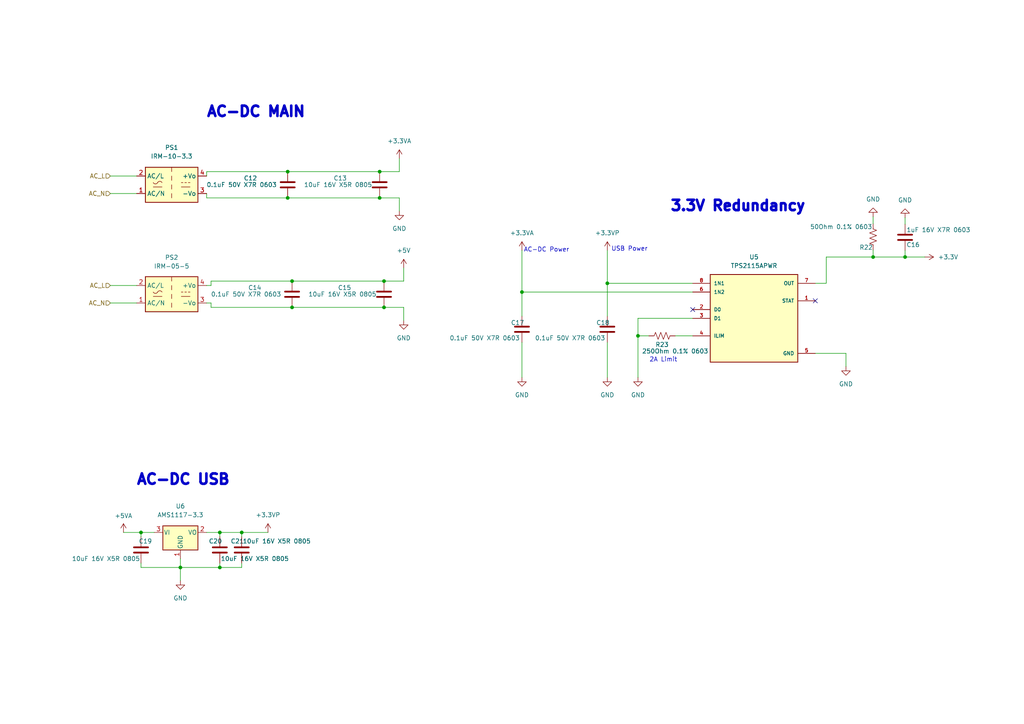
<source format=kicad_sch>
(kicad_sch (version 20211123) (generator eeschema)
  (paper "A4")
  (lib_symbols
    (symbol "Converter_ACDC:IRM-05-5"
      (property "Reference" "PS" (at 0 6.35 0))
      (property "Value" "IRM-05-5" (at 0 -6.35 0))
      (symbol "IRM-05-5_0_1"
        (rectangle (start -7.62 5.08) (end 7.62 -5.08) (stroke (width 0.254)) (fill (type background)))
        (arc (start -5.334 0.635) (mid -4.699 0.2495) (end -4.064 0.635))
        (arc (start -2.794 0.635) (mid -3.429 1.0072) (end -4.064 0.635))
        (polyline (pts (xy -5.334 -0.635) (xy -2.794 -0.635)))
        (polyline (pts (xy 0 -2.54) (xy 0 -3.81)))
        (polyline (pts (xy 0 0) (xy 0 -1.27)))
        (polyline (pts (xy 0 2.54) (xy 0 1.27)))
        (polyline (pts (xy 0 5.08) (xy 0 3.81)))
        (polyline (pts (xy 2.794 -0.635) (xy 5.334 -0.635)))
        (polyline (pts (xy 2.794 0.635) (xy 3.302 0.635)))
        (polyline (pts (xy 3.81 0.635) (xy 4.318 0.635)))
        (polyline (pts (xy 4.826 0.635) (xy 5.334 0.635)))
      )
      (symbol "IRM-05-5_1_1"
        (pin power_in line (at -10.16 -2.54 0) (length 2.54) (name "AC/N") (number "1"))
        (pin power_in line (at -10.16 2.54 0) (length 2.54) (name "AC/L") (number "2"))
        (pin power_out line (at 10.16 -2.54 180) (length 2.54) (name "-Vo") (number "3"))
        (pin power_out line (at 10.16 2.54 180) (length 2.54) (name "+Vo") (number "4"))
      )
    )
    (symbol "Converter_ACDC:IRM-10-3.3"
      (property "Reference" "PS" (at 0 6.35 0))
      (property "Value" "IRM-10-3.3" (at 0 -6.35 0))
      (symbol "IRM-10-3.3_0_1"
        (rectangle (start -7.62 5.08) (end 7.62 -5.08) (stroke (width 0.254)) (fill (type background)))
        (arc (start -5.334 0.635) (mid -4.699 0.2495) (end -4.064 0.635))
        (arc (start -2.794 0.635) (mid -3.429 1.0072) (end -4.064 0.635))
        (polyline (pts (xy -5.334 -0.635) (xy -2.794 -0.635)))
        (polyline (pts (xy 0 -2.54) (xy 0 -3.81)))
        (polyline (pts (xy 0 0) (xy 0 -1.27)))
        (polyline (pts (xy 0 2.54) (xy 0 1.27)))
        (polyline (pts (xy 0 5.08) (xy 0 3.81)))
        (polyline (pts (xy 2.794 -0.635) (xy 5.334 -0.635)))
        (polyline (pts (xy 2.794 0.635) (xy 3.302 0.635)))
        (polyline (pts (xy 3.81 0.635) (xy 4.318 0.635)))
        (polyline (pts (xy 4.826 0.635) (xy 5.334 0.635)))
      )
      (symbol "IRM-10-3.3_1_1"
        (pin power_in line (at -10.16 -2.54 0) (length 2.54) (name "AC/N") (number "1"))
        (pin power_in line (at -10.16 2.54 0) (length 2.54) (name "AC/L") (number "2"))
        (pin power_out line (at 10.16 -2.54 180) (length 2.54) (name "-Vo") (number "3"))
        (pin power_out line (at 10.16 2.54 180) (length 2.54) (name "+Vo") (number "4"))
      )
    )
    (symbol "Device:C" (pin_numbers hide) (pin_names (offset 0.254))
      (property "Reference" "C" (at 0.635 2.54 0))
      (property "Value" "C" (at 0.635 -2.54 0))
      (symbol "C_0_1"
        (polyline (pts (xy -2.032 -0.762) (xy 2.032 -0.762)) (stroke (width 0.508)))
        (polyline (pts (xy -2.032 0.762) (xy 2.032 0.762)) (stroke (width 0.508)))
      )
      (symbol "C_1_1"
        (pin passive line (at 0 3.81 270) (length 2.794) (name "~") (number "1"))
        (pin passive line (at 0 -3.81 90) (length 2.794) (name "~") (number "2"))
      )
    )
    (symbol "Device:R_US" (pin_numbers hide) (pin_names (offset 0))
      (property "Reference" "R" (at 2.54 0 90))
      (property "Value" "R_US" (at -2.54 0 90))
      (symbol "R_US_0_1"
        (polyline (pts (xy 0 -2.286) (xy 0 -2.54)))
        (polyline (pts (xy 0 2.286) (xy 0 2.54)))
        (polyline (pts (xy 0 -0.762) (xy 1.016 -1.143) (xy 0 -1.524) (xy -1.016 -1.905) (xy 0 -2.286)))
        (polyline (pts (xy 0 0.762) (xy 1.016 0.381) (xy 0 0) (xy -1.016 -0.381) (xy 0 -0.762)))
        (polyline (pts (xy 0 2.286) (xy 1.016 1.905) (xy 0 1.524) (xy -1.016 1.143) (xy 0 0.762)))
      )
      (symbol "R_US_1_1"
        (pin passive line (at 0 3.81 270) (length 1.27) (name "~") (number "1"))
        (pin passive line (at 0 -3.81 90) (length 1.27) (name "~") (number "2"))
      )
    )
    (symbol "Regulator_Linear:AMS1117-3.3" (pin_names (offset 0.254))
      (property "Reference" "U" (at -3.81 3.175 0))
      (property "Value" "AMS1117-3.3" (at 0 3.175 0))
      (symbol "AMS1117-3.3_0_1"
        (rectangle (start -5.08 -5.08) (end 5.08 1.905) (stroke (width 0.254)) (fill (type background)))
      )
      (symbol "AMS1117-3.3_1_1"
        (pin power_in line (at 0 -7.62 90) (length 2.54) (name "GND") (number "1"))
        (pin power_out line (at 7.62 0 180) (length 2.54) (name "VO") (number "2"))
        (pin power_in line (at -7.62 0 0) (length 2.54) (name "VI") (number "3"))
      )
    )
    (symbol "TPS2115APWR:TPS2115APWR" (pin_names (offset 1.016))
      (property "Reference" "U" (at -12.7 13.7 0))
      (property "Value" "TPS2115APWR" (at -12.7 -15.24 0))
      (symbol "TPS2115APWR_0_0"
        (rectangle (start -12.7 -12.7) (end 12.7 12.7) (stroke (width 0.254)) (fill (type background)))
        (pin output line (at 17.78 5.08 180) (length 5.08) (name "STAT") (number "1"))
        (pin input line (at -17.78 2.54 0) (length 5.08) (name "D0") (number "2"))
        (pin input line (at -17.78 0 0) (length 5.08) (name "D1") (number "3"))
        (pin passive line (at -17.78 -5.08 0) (length 5.08) (name "ILIM") (number "4"))
        (pin power_in line (at 17.78 -10.16 180) (length 5.08) (name "GND") (number "5"))
        (pin input line (at -17.78 7.62 0) (length 5.08) (name "1N2") (number "6"))
        (pin output line (at 17.78 10.16 180) (length 5.08) (name "OUT") (number "7"))
        (pin input line (at -17.78 10.16 0) (length 5.08) (name "1N1") (number "8"))
      )
    )
    (symbol "power:+3.3V" (power) (pin_names (offset 0))
      (property "Value" "+3.3V" (at 0 3.556 0))
      (symbol "+3.3V_0_1"
        (polyline (pts (xy -0.762 1.27) (xy 0 2.54)))
        (polyline (pts (xy 0 0) (xy 0 2.54)))
        (polyline (pts (xy 0 2.54) (xy 0.762 1.27)))
      )
      (symbol "+3.3V_1_1"
        (pin power_in line (at 0 0 90) (length 0) hide (name "+3.3V") (number "1"))
      )
    )
    (symbol "power:+3.3VA" (power) (pin_names (offset 0))
      (property "Value" "+3.3VA" (at 0 3.556 0))
      (symbol "+3.3VA_0_1"
        (polyline (pts (xy -0.762 1.27) (xy 0 2.54)))
        (polyline (pts (xy 0 0) (xy 0 2.54)))
        (polyline (pts (xy 0 2.54) (xy 0.762 1.27)))
      )
      (symbol "+3.3VA_1_1"
        (pin power_in line (at 0 0 90) (length 0) hide (name "+3.3VA") (number "1"))
      )
    )
    (symbol "power:+3.3VP" (power) (pin_names (offset 0))
      (property "Value" "+3.3VP" (at 0 2.54 0))
      (symbol "+3.3VP_0_0"
        (pin power_in line (at 0 0 90) (length 0) hide (name "+3.3VP") (number "1"))
      )
      (symbol "+3.3VP_0_1"
        (polyline (pts (xy -0.762 1.27) (xy 0 2.54)))
        (polyline (pts (xy 0 0) (xy 0 2.54)))
        (polyline (pts (xy 0 2.54) (xy 0.762 1.27)))
      )
    )
    (symbol "power:+5V" (power) (pin_names (offset 0))
      (property "Value" "+5V" (at 0 3.556 0))
      (symbol "+5V_0_1"
        (polyline (pts (xy -0.762 1.27) (xy 0 2.54)))
        (polyline (pts (xy 0 0) (xy 0 2.54)))
        (polyline (pts (xy 0 2.54) (xy 0.762 1.27)))
      )
      (symbol "+5V_1_1"
        (pin power_in line (at 0 0 90) (length 0) hide (name "+5V") (number "1"))
      )
    )
    (symbol "power:+5VA" (power) (pin_names (offset 0))
      (property "Value" "+5VA" (at 0 3.556 0))
      (symbol "+5VA_0_1"
        (polyline (pts (xy -0.762 1.27) (xy 0 2.54)))
        (polyline (pts (xy 0 0) (xy 0 2.54)))
        (polyline (pts (xy 0 2.54) (xy 0.762 1.27)))
      )
      (symbol "+5VA_1_1"
        (pin power_in line (at 0 0 90) (length 0) hide (name "+5VA") (number "1"))
      )
    )
    (symbol "power:GND" (power) (pin_names (offset 0))
      (property "Value" "GND" (at 0 -3.81 0))
      (symbol "GND_0_1"
        (polyline (pts (xy 0 0) (xy 0 -1.27) (xy 1.27 -1.27) (xy 0 -2.54) (xy -1.27 -1.27) (xy 0 -1.27)))
      )
      (symbol "GND_1_1"
        (pin power_in line (at 0 0 270) (length 0) hide (name "GND") (number "1"))
      )
    )
  )
  (junction (at 83.439 49.784))
  (junction (at 63.754 164.592))
  (junction (at 84.709 81.534))
  (junction (at 111.379 89.154))
  (junction (at 40.894 154.432))
  (junction (at 111.379 81.534))
  (junction (at 253.238 74.549))
  (junction (at 110.109 57.404))
  (junction (at 63.754 154.432))
  (junction (at 70.104 154.432))
  (junction (at 84.709 89.154))
  (junction (at 110.109 49.784))
  (junction (at 176.149 82.169))
  (junction (at 262.509 74.549))
  (junction (at 151.384 84.709))
  (junction (at 83.439 57.404))
  (junction (at 185.039 97.409))
  (junction (at 52.324 164.592))
  (no_connect (at 236.474 87.249))
  (no_connect (at 200.914 89.789))
  (wire (pts (xy 83.439 57.404) (xy 110.109 57.404)))
  (wire (pts (xy 111.379 89.154) (xy 117.094 89.154)))
  (wire (pts (xy 262.509 72.644) (xy 262.509 74.549)))
  (wire (pts (xy 111.379 81.534) (xy 117.094 81.534)))
  (wire (pts (xy 151.384 72.644) (xy 151.384 84.709)))
  (wire (pts (xy 70.104 163.322) (xy 70.104 164.592)))
  (wire (pts (xy 63.754 154.432) (xy 63.754 155.702)))
  (wire (pts (xy 185.039 97.409) (xy 188.214 97.409)))
  (wire (pts (xy 236.474 82.169) (xy 239.649 82.169)))
  (wire (pts (xy 176.149 82.169) (xy 176.149 91.694)))
  (wire (pts (xy 185.039 97.409) (xy 185.039 109.474)))
  (wire (pts (xy 61.214 89.154) (xy 84.709 89.154)))
  (wire (pts (xy 32.004 87.884) (xy 39.624 87.884)))
  (wire (pts (xy 176.149 99.314) (xy 176.149 109.474)))
  (wire (pts (xy 239.649 74.549) (xy 253.238 74.549)))
  (wire (pts (xy 32.004 51.054) (xy 39.624 51.054)))
  (wire (pts (xy 61.214 87.884) (xy 59.944 87.884)))
  (wire (pts (xy 70.104 154.432) (xy 77.724 154.432)))
  (wire (pts (xy 117.094 77.724) (xy 117.094 81.534)))
  (wire (pts (xy 83.439 49.784) (xy 59.944 49.784)))
  (wire (pts (xy 40.894 154.432) (xy 35.814 154.432)))
  (wire (pts (xy 40.894 154.432) (xy 40.894 155.702)))
  (wire (pts (xy 52.324 164.592) (xy 40.894 164.592)))
  (wire (pts (xy 63.754 163.322) (xy 63.754 164.592)))
  (wire (pts (xy 151.384 84.709) (xy 200.914 84.709)))
  (wire (pts (xy 63.754 154.432) (xy 70.104 154.432)))
  (wire (pts (xy 110.109 49.784) (xy 83.439 49.784)))
  (wire (pts (xy 253.238 62.865) (xy 253.238 64.897)))
  (wire (pts (xy 262.509 65.024) (xy 262.509 63.119)))
  (wire (pts (xy 59.944 57.404) (xy 83.439 57.404)))
  (wire (pts (xy 84.709 89.154) (xy 111.379 89.154)))
  (wire (pts (xy 262.509 74.549) (xy 268.224 74.549)))
  (wire (pts (xy 59.944 56.134) (xy 59.944 57.404)))
  (wire (pts (xy 32.004 82.804) (xy 39.624 82.804)))
  (wire (pts (xy 195.834 97.409) (xy 200.914 97.409)))
  (wire (pts (xy 151.384 99.314) (xy 151.384 109.474)))
  (wire (pts (xy 111.379 81.534) (xy 84.709 81.534)))
  (wire (pts (xy 176.149 72.644) (xy 176.149 82.169)))
  (wire (pts (xy 253.238 72.517) (xy 253.238 74.549)))
  (wire (pts (xy 52.324 164.592) (xy 63.754 164.592)))
  (wire (pts (xy 44.704 154.432) (xy 40.894 154.432)))
  (wire (pts (xy 253.238 74.549) (xy 262.509 74.549)))
  (wire (pts (xy 61.214 89.154) (xy 61.214 87.884)))
  (wire (pts (xy 52.324 164.592) (xy 52.324 168.402)))
  (wire (pts (xy 185.039 92.329) (xy 185.039 97.409)))
  (wire (pts (xy 239.649 82.169) (xy 239.649 74.549)))
  (wire (pts (xy 176.149 82.169) (xy 200.914 82.169)))
  (wire (pts (xy 59.944 49.784) (xy 59.944 51.054)))
  (wire (pts (xy 185.039 92.329) (xy 200.914 92.329)))
  (wire (pts (xy 59.944 154.432) (xy 63.754 154.432)))
  (wire (pts (xy 84.709 81.534) (xy 61.214 81.534)))
  (wire (pts (xy 40.894 164.592) (xy 40.894 163.322)))
  (wire (pts (xy 63.754 164.592) (xy 70.104 164.592)))
  (wire (pts (xy 61.214 82.804) (xy 59.944 82.804)))
  (wire (pts (xy 245.364 102.489) (xy 245.364 106.299)))
  (wire (pts (xy 110.109 49.784) (xy 115.824 49.784)))
  (wire (pts (xy 236.474 102.489) (xy 245.364 102.489)))
  (wire (pts (xy 115.824 57.404) (xy 115.824 61.214)))
  (wire (pts (xy 151.384 84.709) (xy 151.384 91.694)))
  (wire (pts (xy 115.824 45.974) (xy 115.824 49.784)))
  (wire (pts (xy 61.214 81.534) (xy 61.214 82.804)))
  (wire (pts (xy 70.104 154.432) (xy 70.104 155.702)))
  (wire (pts (xy 117.094 89.154) (xy 117.094 92.964)))
  (wire (pts (xy 52.324 162.052) (xy 52.324 164.592)))
  (wire (pts (xy 32.004 56.134) (xy 39.624 56.134)))
  (wire (pts (xy 110.109 57.404) (xy 115.824 57.404)))
  (text "AC-DC USB" (at 39.37 140.97 0) (effects (font (size 3 3) (thickness 1.016) bold) (justify left bottom)))
  (text "AC-DC MAIN" (at 59.69 34.29 0) (effects (font (size 3 3) (thickness 1.016) bold) (justify left bottom)))
  (text "3.3V Redundancy" (at 194.183 61.595 0) (effects (font (size 3 3) (thickness 1.016) bold) (justify left bottom)))
  (text "AC-DC Power\n" (at 151.892 73.279 0) (effects (font (size 1.27 1.27)) (justify left bottom)))
  (text "2A Limit" (at 188.341 105.156 0) (effects (font (size 1.27 1.27)) (justify left bottom)))
  (text "USB Power" (at 177.292 73.025 0) (effects (font (size 1.27 1.27)) (justify left bottom)))
  (hierarchical_label "AC_N" (shape input) (at 32.004 56.134 180))
  (hierarchical_label "AC_N" (shape input) (at 32.004 87.884 180))
  (hierarchical_label "AC_L" (shape input) (at 32.004 51.054 180))
  (hierarchical_label "AC_L" (shape input) (at 32.004 82.804 180))
  (symbol (lib_id "TPS2115APWR:TPS2115APWR") (at 218.694 92.329 0) (unit 1)
    (property "Reference" "U5" (at 218.694 74.549 0))
    (property "Value" "TPS2115APWR" (at 218.694 77.089 0))
    (property "Footprint" "Customs Smoker:PW8-M" (effects hide))
    (property "Manufacturer" "Texas Instruments" (effects hide))
    (property "Manufacturer Part Number" "TPS2115APWR" (effects hide))
    (property "Vendor" "Digikey" (effects hide))
    (property "Vendor Part Number" "296-16940-1-ND" (effects hide))
  )
  (symbol (lib_id "Device:C") (at 111.379 85.344 0) (mirror y) (unit 1)
    (property "Reference" "C15" (at 99.949 83.439 0))
    (property "Value" "10uF 16V X5R 0805" (at 99.314 85.344 0))
    (property "Footprint" "Capacitor_SMD:C_0805_2012Metric" (effects hide))
    (property "Manufacturer" "Samsung Electro-Mechanics" (effects hide))
    (property "Manufacturer Part Number" "CL21A106KOQNNNE" (effects hide))
    (property "Vendor" "Digikey" (effects hide))
    (property "Vendor Part Number" "1276-1096-1-ND" (effects hide))
  )
  (symbol (lib_id "Device:R_US") (at 253.238 68.707 0) (unit 1)
    (property "Reference" "R22" (at 251.206 71.755 0))
    (property "Value" "50Ohm 0.1% 0603" (at 243.967 65.786 0))
    (property "Footprint" "Resistor_SMD:R_0603_1608Metric" (effects hide))
    (property "Manufacturer" "YAGEO" (effects hide))
    (property "Manufacturer Part Number" "RT0603BRE0750RL" (effects hide))
    (property "Vendor" "Digikey" (effects hide))
    (property "Vendor Part Number" "13-RT0603BRE0750RLCT-ND" (effects hide))
  )
  (symbol (lib_id "power:+3.3VP") (at 176.149 72.644 0) (unit 1)
    (property "Reference" "#PWR060" (effects hide))
    (property "Value" "+3.3VP" (at 176.149 67.564 0))
  )
  (symbol (lib_id "Converter_ACDC:IRM-05-5") (at 49.784 85.344 0) (unit 1)
    (property "Reference" "PS2" (at 49.784 74.676 0))
    (property "Value" "IRM-05-5" (at 49.784 77.216 0))
    (property "Footprint" "Converter_ACDC:Converter_ACDC_MeanWell_IRM-05-xx_THT" (effects hide))
    (property "Datasheet" "https://www.meanwell.com/Upload/PDF/IRM-05/IRM-05-SPEC.PDF" (effects hide))
  )
  (symbol (lib_id "power:GND") (at 52.324 168.402 0) (unit 1)
    (property "Reference" "#PWR068" (effects hide))
    (property "Value" "GND" (at 52.324 173.482 0))
  )
  (symbol (lib_id "power:GND") (at 151.384 109.474 0) (unit 1)
    (property "Reference" "#PWR063" (effects hide))
    (property "Value" "GND" (at 151.384 114.554 0))
  )
  (symbol (lib_id "power:GND") (at 185.039 109.474 0) (unit 1)
    (property "Reference" "#PWR065" (effects hide))
    (property "Value" "GND" (at 185.039 114.554 0))
  )
  (symbol (lib_id "Device:C") (at 110.109 53.594 0) (mirror y) (unit 1)
    (property "Reference" "C13" (at 98.679 51.689 0))
    (property "Value" "10uF 16V X5R 0805" (at 98.044 53.594 0))
    (property "Footprint" "Capacitor_SMD:C_0805_2012Metric" (effects hide))
    (property "Manufacturer" "Samsung Electro-Mechanics" (effects hide))
    (property "Manufacturer Part Number" "CL21A106KOQNNNE" (effects hide))
    (property "Vendor" "Digikey" (effects hide))
    (property "Vendor Part Number" "1276-1096-1-ND" (effects hide))
  )
  (symbol (lib_id "Device:R_US") (at 192.024 97.409 270) (unit 1)
    (property "Reference" "R23" (at 192.024 99.949 90))
    (property "Value" "250Ohm 0.1% 0603" (at 195.834 101.854 90))
    (property "Footprint" "Resistor_SMD:R_0603_1608Metric" (effects hide))
    (property "Manufacturer" "YAGEO" (effects hide))
    (property "Manufacturer Part Number" "RT0603BRE07250RL" (effects hide))
    (property "Vendor" "Digikey" (effects hide))
    (property "Vendor Part Number" "13-RT0603BRE07250RLCT-ND" (effects hide))
  )
  (symbol (lib_id "Device:C") (at 176.149 95.504 0) (mirror x) (unit 1)
    (property "Reference" "C18" (at 174.879 93.599 0))
    (property "Value" "0.1uF 50V X7R 0603" (at 165.354 98.044 0))
    (property "Footprint" "Capacitor_SMD:C_0603_1608Metric" (effects hide))
    (property "Manufacturer" "Samsung Electro-Mechanics" (effects hide))
    (property "Manufacturer Part Number" "CL10B104KB8NNWC" (effects hide))
    (property "Vendor" "Digikey" (effects hide))
    (property "Vendor Part Number" "1276-1935-1-ND" (effects hide))
  )
  (symbol (lib_id "Device:C") (at 63.754 159.512 0) (mirror y) (unit 1)
    (property "Reference" "C20" (at 62.484 156.972 0))
    (property "Value" "10uF 16V X5R 0805" (at 73.914 162.052 0))
    (property "Footprint" "Capacitor_SMD:C_0805_2012Metric" (effects hide))
    (property "Manufacturer" "Samsung Electro-Mechanics" (effects hide))
    (property "Manufacturer Part Number" "CL21A106KOQNNNE" (effects hide))
    (property "Vendor" "Digikey" (effects hide))
    (property "Vendor Part Number" "1276-1096-1-ND" (effects hide))
  )
  (symbol (lib_id "power:+3.3V") (at 268.224 74.549 270) (unit 1)
    (property "Reference" "#PWR061" (effects hide))
    (property "Value" "+3.3V" (at 272.034 74.5489 90) (effects (justify left)))
  )
  (symbol (lib_id "power:GND") (at 117.094 92.964 0) (unit 1)
    (property "Reference" "#PWR056" (effects hide))
    (property "Value" "GND" (at 117.094 98.044 0))
  )
  (symbol (lib_id "Device:C") (at 40.894 159.512 0) (unit 1)
    (property "Reference" "C19" (at 42.164 156.972 0))
    (property "Value" "10uF 16V X5R 0805" (at 30.734 162.052 0))
    (property "Footprint" "Capacitor_SMD:C_0805_2012Metric" (effects hide))
    (property "Manufacturer" "Samsung Electro-Mechanics" (effects hide))
    (property "Manufacturer Part Number" "CL21A106KOQNNNE" (effects hide))
    (property "Vendor" "Digikey" (effects hide))
    (property "Vendor Part Number" "1276-1096-1-ND" (effects hide))
  )
  (symbol (lib_id "Device:C") (at 70.104 159.512 0) (mirror y) (unit 1)
    (property "Reference" "C21" (at 68.834 156.972 0))
    (property "Value" "10uF 16V X5R 0805" (at 80.264 156.972 0))
    (property "Footprint" "Capacitor_SMD:C_0805_2012Metric" (effects hide))
    (property "Manufacturer" "Samsung Electro-Mechanics" (effects hide))
    (property "Manufacturer Part Number" "CL21A106KOQNNNE" (effects hide))
    (property "Vendor" "Digikey" (effects hide))
    (property "Vendor Part Number" "1276-1096-1-ND" (effects hide))
  )
  (symbol (lib_id "power:+3.3VA") (at 151.384 72.644 0) (unit 1)
    (property "Reference" "#PWR059" (effects hide))
    (property "Value" "+3.3VA" (at 151.384 67.564 0))
  )
  (symbol (lib_id "power:GND") (at 115.824 61.214 0) (unit 1)
    (property "Reference" "#PWR054" (effects hide))
    (property "Value" "GND" (at 115.824 66.294 0))
  )
  (symbol (lib_id "Device:C") (at 151.384 95.504 0) (mirror x) (unit 1)
    (property "Reference" "C17" (at 150.114 93.599 0))
    (property "Value" "0.1uF 50V X7R 0603" (at 140.589 98.044 0))
    (property "Footprint" "Capacitor_SMD:C_0603_1608Metric" (effects hide))
    (property "Manufacturer" "Samsung Electro-Mechanics" (effects hide))
    (property "Manufacturer Part Number" "CL10B104KB8NNWC" (effects hide))
    (property "Vendor" "Digikey" (effects hide))
    (property "Vendor Part Number" "1276-1935-1-ND" (effects hide))
  )
  (symbol (lib_id "power:GND") (at 253.238 62.865 180) (unit 1)
    (property "Reference" "#PWR057" (effects hide))
    (property "Value" "GND" (at 253.238 57.785 0))
  )
  (symbol (lib_id "Device:C") (at 84.709 85.344 0) (mirror x) (unit 1)
    (property "Reference" "C14" (at 73.914 83.439 0))
    (property "Value" "0.1uF 50V X7R 0603" (at 71.374 85.344 0))
    (property "Footprint" "Capacitor_SMD:C_0603_1608Metric" (effects hide))
    (property "Manufacturer" "Samsung Electro-Mechanics" (effects hide))
    (property "Manufacturer Part Number" "CL10B104KB8NNWC" (effects hide))
    (property "Vendor" "Digikey" (effects hide))
    (property "Vendor Part Number" "1276-1935-1-ND" (effects hide))
  )
  (symbol (lib_id "power:+3.3VP") (at 77.724 154.432 0) (unit 1)
    (property "Reference" "#PWR067" (effects hide))
    (property "Value" "+3.3VP" (at 77.724 149.352 0))
  )
  (symbol (lib_id "power:GND") (at 262.509 63.119 180) (unit 1)
    (property "Reference" "#PWR058" (effects hide))
    (property "Value" "GND" (at 262.509 58.039 0))
  )
  (symbol (lib_id "Regulator_Linear:AMS1117-3.3") (at 52.324 154.432 0) (unit 1)
    (property "Reference" "U6" (at 52.324 146.812 0))
    (property "Value" "AMS1117-3.3" (at 52.324 149.352 0))
    (property "Footprint" "Package_TO_SOT_SMD:TO-252-2" (effects hide))
    (property "Datasheet" "http://www.advanced-monolithic.com/pdf/ds1117.pdf" (effects hide))
    (property "Manufacturer" "UMW" (effects hide))
    (property "Manufacturer Part Number" "AMS1117CD-3.3" (effects hide))
    (property "Vendor" "Digikey" (effects hide))
    (property "Vendor Part Number" "4518-AMS1117CD-3.3CT-ND" (effects hide))
  )
  (symbol (lib_id "power:+5VA") (at 35.814 154.432 0) (unit 1)
    (property "Reference" "#PWR066" (effects hide))
    (property "Value" "+5VA" (at 35.814 149.606 0))
  )
  (symbol (lib_id "power:GND") (at 245.364 106.299 0) (unit 1)
    (property "Reference" "#PWR062" (effects hide))
    (property "Value" "GND" (at 245.364 111.379 0))
  )
  (symbol (lib_id "power:+5V") (at 117.094 77.724 0) (unit 1)
    (property "Reference" "#PWR055" (effects hide))
    (property "Value" "+5V" (at 117.094 72.644 0))
  )
  (symbol (lib_id "power:GND") (at 176.149 109.474 0) (unit 1)
    (property "Reference" "#PWR064" (effects hide))
    (property "Value" "GND" (at 176.149 114.554 0))
  )
  (symbol (lib_id "Device:C") (at 262.509 68.834 0) (unit 1)
    (property "Reference" "C16" (at 262.89 70.993 0) (effects (justify left)))
    (property "Value" "1uF 16V X7R 0603" (at 262.89 66.675 0) (effects (justify left)))
    (property "Footprint" "Capacitor_SMD:C_0603_1608Metric" (effects hide))
    (property "Manufacturer" "Yageo" (effects hide))
    (property "Manufacturer Part Number" "CC0603KRX7R7BB105" (effects hide))
    (property "Vendor" "Digikey" (effects hide))
    (property "Vendor Part Number" "311-1446-1-ND" (effects hide))
  )
  (symbol (lib_id "Converter_ACDC:IRM-10-3.3") (at 49.784 53.594 0) (unit 1)
    (property "Reference" "PS1" (at 49.784 42.799 0))
    (property "Value" "IRM-10-3.3" (at 49.784 45.339 0))
    (property "Footprint" "Converter_ACDC:Converter_ACDC_MeanWell_IRM-10-xx_THT" (effects hide))
    (property "Datasheet" "https://www.meanwell.com/Upload/PDF/IRM-10/IRM-10-SPEC.PDF" (effects hide))
    (property "Manufacturer" "MEAN WELL USA Inc." (effects hide))
    (property "Manufacturer Part Number" "IRM-10-3.3" (effects hide))
    (property "Vendor" "Digikey" (effects hide))
    (property "Vendor Part Number" "1866-3031-ND" (effects hide))
  )
  (symbol (lib_id "Device:C") (at 83.439 53.594 0) (mirror x) (unit 1)
    (property "Reference" "C12" (at 72.644 51.689 0))
    (property "Value" "0.1uF 50V X7R 0603" (at 70.104 53.594 0))
    (property "Footprint" "Capacitor_SMD:C_0603_1608Metric" (effects hide))
    (property "Manufacturer" "Samsung Electro-Mechanics" (effects hide))
    (property "Manufacturer Part Number" "CL10B104KB8NNWC" (effects hide))
    (property "Vendor" "Digikey" (effects hide))
    (property "Vendor Part Number" "1276-1935-1-ND" (effects hide))
  )
  (symbol (lib_id "power:+3.3VA") (at 115.824 45.974 0) (unit 1)
    (property "Reference" "#PWR053" (effects hide))
    (property "Value" "+3.3VA" (at 115.824 40.894 0))
  )
)
</source>
